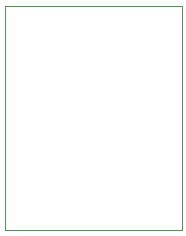
<source format=gbr>
%TF.GenerationSoftware,KiCad,Pcbnew,8.0.7*%
%TF.CreationDate,2025-05-14T16:02:52-05:00*%
%TF.ProjectId,usbc_breakout,75736263-5f62-4726-9561-6b6f75742e6b,rev?*%
%TF.SameCoordinates,Original*%
%TF.FileFunction,Profile,NP*%
%FSLAX46Y46*%
G04 Gerber Fmt 4.6, Leading zero omitted, Abs format (unit mm)*
G04 Created by KiCad (PCBNEW 8.0.7) date 2025-05-14 16:02:52*
%MOMM*%
%LPD*%
G01*
G04 APERTURE LIST*
%TA.AperFunction,Profile*%
%ADD10C,0.050000*%
%TD*%
G04 APERTURE END LIST*
D10*
X0Y0D02*
X15000000Y0D01*
X15000000Y-19000000D01*
X0Y-19000000D01*
X0Y0D01*
M02*

</source>
